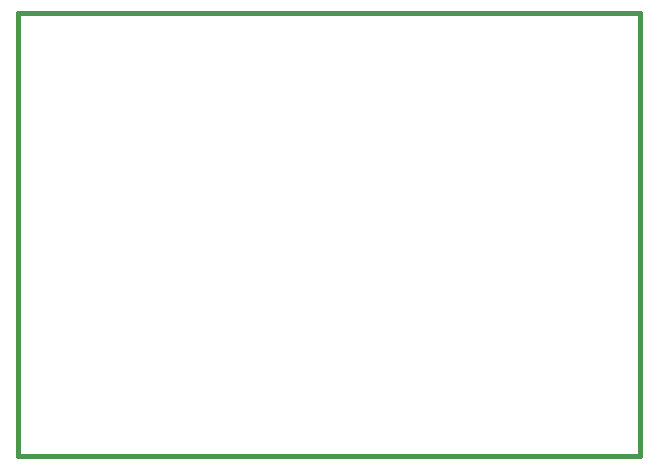
<source format=gko>
G04 (created by PCBNEW (2013-mar-13)-testing) date Sat 11 May 2013 09:23:07 PM PDT*
%MOIN*%
G04 Gerber Fmt 3.4, Leading zero omitted, Abs format*
%FSLAX34Y34*%
G01*
G70*
G90*
G04 APERTURE LIST*
%ADD10C,0.000787*%
%ADD11C,0.015000*%
G04 APERTURE END LIST*
G54D10*
G54D11*
X82000Y-42500D02*
X82000Y-42000D01*
X102750Y-42500D02*
X102750Y-42000D01*
X102750Y-27750D02*
X86750Y-27750D01*
X102750Y-42250D02*
X102750Y-27750D01*
X82000Y-42500D02*
X102750Y-42500D01*
X82000Y-27750D02*
X82000Y-42250D01*
X86750Y-27750D02*
X82000Y-27750D01*
M02*

</source>
